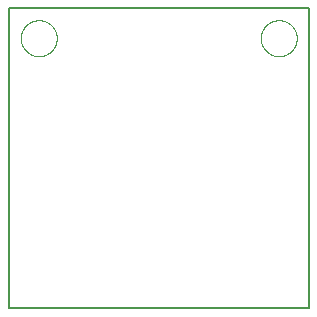
<source format=gko>
G75*
%MOIN*%
%OFA0B0*%
%FSLAX25Y25*%
%IPPOS*%
%LPD*%
%AMOC8*
5,1,8,0,0,1.08239X$1,22.5*
%
%ADD10C,0.00800*%
%ADD11C,0.00000*%
D10*
X0114333Y0055000D02*
X0114333Y0155000D01*
X0214333Y0155000D01*
X0214333Y0055000D01*
X0114333Y0055000D01*
D11*
X0118333Y0145000D02*
X0118335Y0145154D01*
X0118341Y0145309D01*
X0118351Y0145463D01*
X0118365Y0145617D01*
X0118383Y0145770D01*
X0118404Y0145923D01*
X0118430Y0146076D01*
X0118460Y0146227D01*
X0118493Y0146378D01*
X0118531Y0146528D01*
X0118572Y0146677D01*
X0118617Y0146825D01*
X0118666Y0146971D01*
X0118719Y0147117D01*
X0118775Y0147260D01*
X0118835Y0147403D01*
X0118899Y0147543D01*
X0118966Y0147683D01*
X0119037Y0147820D01*
X0119111Y0147955D01*
X0119189Y0148089D01*
X0119270Y0148220D01*
X0119355Y0148349D01*
X0119443Y0148477D01*
X0119534Y0148601D01*
X0119628Y0148724D01*
X0119726Y0148844D01*
X0119826Y0148961D01*
X0119930Y0149076D01*
X0120036Y0149188D01*
X0120145Y0149297D01*
X0120257Y0149403D01*
X0120372Y0149507D01*
X0120489Y0149607D01*
X0120609Y0149705D01*
X0120732Y0149799D01*
X0120856Y0149890D01*
X0120984Y0149978D01*
X0121113Y0150063D01*
X0121244Y0150144D01*
X0121378Y0150222D01*
X0121513Y0150296D01*
X0121650Y0150367D01*
X0121790Y0150434D01*
X0121930Y0150498D01*
X0122073Y0150558D01*
X0122216Y0150614D01*
X0122362Y0150667D01*
X0122508Y0150716D01*
X0122656Y0150761D01*
X0122805Y0150802D01*
X0122955Y0150840D01*
X0123106Y0150873D01*
X0123257Y0150903D01*
X0123410Y0150929D01*
X0123563Y0150950D01*
X0123716Y0150968D01*
X0123870Y0150982D01*
X0124024Y0150992D01*
X0124179Y0150998D01*
X0124333Y0151000D01*
X0124487Y0150998D01*
X0124642Y0150992D01*
X0124796Y0150982D01*
X0124950Y0150968D01*
X0125103Y0150950D01*
X0125256Y0150929D01*
X0125409Y0150903D01*
X0125560Y0150873D01*
X0125711Y0150840D01*
X0125861Y0150802D01*
X0126010Y0150761D01*
X0126158Y0150716D01*
X0126304Y0150667D01*
X0126450Y0150614D01*
X0126593Y0150558D01*
X0126736Y0150498D01*
X0126876Y0150434D01*
X0127016Y0150367D01*
X0127153Y0150296D01*
X0127288Y0150222D01*
X0127422Y0150144D01*
X0127553Y0150063D01*
X0127682Y0149978D01*
X0127810Y0149890D01*
X0127934Y0149799D01*
X0128057Y0149705D01*
X0128177Y0149607D01*
X0128294Y0149507D01*
X0128409Y0149403D01*
X0128521Y0149297D01*
X0128630Y0149188D01*
X0128736Y0149076D01*
X0128840Y0148961D01*
X0128940Y0148844D01*
X0129038Y0148724D01*
X0129132Y0148601D01*
X0129223Y0148477D01*
X0129311Y0148349D01*
X0129396Y0148220D01*
X0129477Y0148089D01*
X0129555Y0147955D01*
X0129629Y0147820D01*
X0129700Y0147683D01*
X0129767Y0147543D01*
X0129831Y0147403D01*
X0129891Y0147260D01*
X0129947Y0147117D01*
X0130000Y0146971D01*
X0130049Y0146825D01*
X0130094Y0146677D01*
X0130135Y0146528D01*
X0130173Y0146378D01*
X0130206Y0146227D01*
X0130236Y0146076D01*
X0130262Y0145923D01*
X0130283Y0145770D01*
X0130301Y0145617D01*
X0130315Y0145463D01*
X0130325Y0145309D01*
X0130331Y0145154D01*
X0130333Y0145000D01*
X0130331Y0144846D01*
X0130325Y0144691D01*
X0130315Y0144537D01*
X0130301Y0144383D01*
X0130283Y0144230D01*
X0130262Y0144077D01*
X0130236Y0143924D01*
X0130206Y0143773D01*
X0130173Y0143622D01*
X0130135Y0143472D01*
X0130094Y0143323D01*
X0130049Y0143175D01*
X0130000Y0143029D01*
X0129947Y0142883D01*
X0129891Y0142740D01*
X0129831Y0142597D01*
X0129767Y0142457D01*
X0129700Y0142317D01*
X0129629Y0142180D01*
X0129555Y0142045D01*
X0129477Y0141911D01*
X0129396Y0141780D01*
X0129311Y0141651D01*
X0129223Y0141523D01*
X0129132Y0141399D01*
X0129038Y0141276D01*
X0128940Y0141156D01*
X0128840Y0141039D01*
X0128736Y0140924D01*
X0128630Y0140812D01*
X0128521Y0140703D01*
X0128409Y0140597D01*
X0128294Y0140493D01*
X0128177Y0140393D01*
X0128057Y0140295D01*
X0127934Y0140201D01*
X0127810Y0140110D01*
X0127682Y0140022D01*
X0127553Y0139937D01*
X0127422Y0139856D01*
X0127288Y0139778D01*
X0127153Y0139704D01*
X0127016Y0139633D01*
X0126876Y0139566D01*
X0126736Y0139502D01*
X0126593Y0139442D01*
X0126450Y0139386D01*
X0126304Y0139333D01*
X0126158Y0139284D01*
X0126010Y0139239D01*
X0125861Y0139198D01*
X0125711Y0139160D01*
X0125560Y0139127D01*
X0125409Y0139097D01*
X0125256Y0139071D01*
X0125103Y0139050D01*
X0124950Y0139032D01*
X0124796Y0139018D01*
X0124642Y0139008D01*
X0124487Y0139002D01*
X0124333Y0139000D01*
X0124179Y0139002D01*
X0124024Y0139008D01*
X0123870Y0139018D01*
X0123716Y0139032D01*
X0123563Y0139050D01*
X0123410Y0139071D01*
X0123257Y0139097D01*
X0123106Y0139127D01*
X0122955Y0139160D01*
X0122805Y0139198D01*
X0122656Y0139239D01*
X0122508Y0139284D01*
X0122362Y0139333D01*
X0122216Y0139386D01*
X0122073Y0139442D01*
X0121930Y0139502D01*
X0121790Y0139566D01*
X0121650Y0139633D01*
X0121513Y0139704D01*
X0121378Y0139778D01*
X0121244Y0139856D01*
X0121113Y0139937D01*
X0120984Y0140022D01*
X0120856Y0140110D01*
X0120732Y0140201D01*
X0120609Y0140295D01*
X0120489Y0140393D01*
X0120372Y0140493D01*
X0120257Y0140597D01*
X0120145Y0140703D01*
X0120036Y0140812D01*
X0119930Y0140924D01*
X0119826Y0141039D01*
X0119726Y0141156D01*
X0119628Y0141276D01*
X0119534Y0141399D01*
X0119443Y0141523D01*
X0119355Y0141651D01*
X0119270Y0141780D01*
X0119189Y0141911D01*
X0119111Y0142045D01*
X0119037Y0142180D01*
X0118966Y0142317D01*
X0118899Y0142457D01*
X0118835Y0142597D01*
X0118775Y0142740D01*
X0118719Y0142883D01*
X0118666Y0143029D01*
X0118617Y0143175D01*
X0118572Y0143323D01*
X0118531Y0143472D01*
X0118493Y0143622D01*
X0118460Y0143773D01*
X0118430Y0143924D01*
X0118404Y0144077D01*
X0118383Y0144230D01*
X0118365Y0144383D01*
X0118351Y0144537D01*
X0118341Y0144691D01*
X0118335Y0144846D01*
X0118333Y0145000D01*
X0198333Y0145000D02*
X0198335Y0145154D01*
X0198341Y0145309D01*
X0198351Y0145463D01*
X0198365Y0145617D01*
X0198383Y0145770D01*
X0198404Y0145923D01*
X0198430Y0146076D01*
X0198460Y0146227D01*
X0198493Y0146378D01*
X0198531Y0146528D01*
X0198572Y0146677D01*
X0198617Y0146825D01*
X0198666Y0146971D01*
X0198719Y0147117D01*
X0198775Y0147260D01*
X0198835Y0147403D01*
X0198899Y0147543D01*
X0198966Y0147683D01*
X0199037Y0147820D01*
X0199111Y0147955D01*
X0199189Y0148089D01*
X0199270Y0148220D01*
X0199355Y0148349D01*
X0199443Y0148477D01*
X0199534Y0148601D01*
X0199628Y0148724D01*
X0199726Y0148844D01*
X0199826Y0148961D01*
X0199930Y0149076D01*
X0200036Y0149188D01*
X0200145Y0149297D01*
X0200257Y0149403D01*
X0200372Y0149507D01*
X0200489Y0149607D01*
X0200609Y0149705D01*
X0200732Y0149799D01*
X0200856Y0149890D01*
X0200984Y0149978D01*
X0201113Y0150063D01*
X0201244Y0150144D01*
X0201378Y0150222D01*
X0201513Y0150296D01*
X0201650Y0150367D01*
X0201790Y0150434D01*
X0201930Y0150498D01*
X0202073Y0150558D01*
X0202216Y0150614D01*
X0202362Y0150667D01*
X0202508Y0150716D01*
X0202656Y0150761D01*
X0202805Y0150802D01*
X0202955Y0150840D01*
X0203106Y0150873D01*
X0203257Y0150903D01*
X0203410Y0150929D01*
X0203563Y0150950D01*
X0203716Y0150968D01*
X0203870Y0150982D01*
X0204024Y0150992D01*
X0204179Y0150998D01*
X0204333Y0151000D01*
X0204487Y0150998D01*
X0204642Y0150992D01*
X0204796Y0150982D01*
X0204950Y0150968D01*
X0205103Y0150950D01*
X0205256Y0150929D01*
X0205409Y0150903D01*
X0205560Y0150873D01*
X0205711Y0150840D01*
X0205861Y0150802D01*
X0206010Y0150761D01*
X0206158Y0150716D01*
X0206304Y0150667D01*
X0206450Y0150614D01*
X0206593Y0150558D01*
X0206736Y0150498D01*
X0206876Y0150434D01*
X0207016Y0150367D01*
X0207153Y0150296D01*
X0207288Y0150222D01*
X0207422Y0150144D01*
X0207553Y0150063D01*
X0207682Y0149978D01*
X0207810Y0149890D01*
X0207934Y0149799D01*
X0208057Y0149705D01*
X0208177Y0149607D01*
X0208294Y0149507D01*
X0208409Y0149403D01*
X0208521Y0149297D01*
X0208630Y0149188D01*
X0208736Y0149076D01*
X0208840Y0148961D01*
X0208940Y0148844D01*
X0209038Y0148724D01*
X0209132Y0148601D01*
X0209223Y0148477D01*
X0209311Y0148349D01*
X0209396Y0148220D01*
X0209477Y0148089D01*
X0209555Y0147955D01*
X0209629Y0147820D01*
X0209700Y0147683D01*
X0209767Y0147543D01*
X0209831Y0147403D01*
X0209891Y0147260D01*
X0209947Y0147117D01*
X0210000Y0146971D01*
X0210049Y0146825D01*
X0210094Y0146677D01*
X0210135Y0146528D01*
X0210173Y0146378D01*
X0210206Y0146227D01*
X0210236Y0146076D01*
X0210262Y0145923D01*
X0210283Y0145770D01*
X0210301Y0145617D01*
X0210315Y0145463D01*
X0210325Y0145309D01*
X0210331Y0145154D01*
X0210333Y0145000D01*
X0210331Y0144846D01*
X0210325Y0144691D01*
X0210315Y0144537D01*
X0210301Y0144383D01*
X0210283Y0144230D01*
X0210262Y0144077D01*
X0210236Y0143924D01*
X0210206Y0143773D01*
X0210173Y0143622D01*
X0210135Y0143472D01*
X0210094Y0143323D01*
X0210049Y0143175D01*
X0210000Y0143029D01*
X0209947Y0142883D01*
X0209891Y0142740D01*
X0209831Y0142597D01*
X0209767Y0142457D01*
X0209700Y0142317D01*
X0209629Y0142180D01*
X0209555Y0142045D01*
X0209477Y0141911D01*
X0209396Y0141780D01*
X0209311Y0141651D01*
X0209223Y0141523D01*
X0209132Y0141399D01*
X0209038Y0141276D01*
X0208940Y0141156D01*
X0208840Y0141039D01*
X0208736Y0140924D01*
X0208630Y0140812D01*
X0208521Y0140703D01*
X0208409Y0140597D01*
X0208294Y0140493D01*
X0208177Y0140393D01*
X0208057Y0140295D01*
X0207934Y0140201D01*
X0207810Y0140110D01*
X0207682Y0140022D01*
X0207553Y0139937D01*
X0207422Y0139856D01*
X0207288Y0139778D01*
X0207153Y0139704D01*
X0207016Y0139633D01*
X0206876Y0139566D01*
X0206736Y0139502D01*
X0206593Y0139442D01*
X0206450Y0139386D01*
X0206304Y0139333D01*
X0206158Y0139284D01*
X0206010Y0139239D01*
X0205861Y0139198D01*
X0205711Y0139160D01*
X0205560Y0139127D01*
X0205409Y0139097D01*
X0205256Y0139071D01*
X0205103Y0139050D01*
X0204950Y0139032D01*
X0204796Y0139018D01*
X0204642Y0139008D01*
X0204487Y0139002D01*
X0204333Y0139000D01*
X0204179Y0139002D01*
X0204024Y0139008D01*
X0203870Y0139018D01*
X0203716Y0139032D01*
X0203563Y0139050D01*
X0203410Y0139071D01*
X0203257Y0139097D01*
X0203106Y0139127D01*
X0202955Y0139160D01*
X0202805Y0139198D01*
X0202656Y0139239D01*
X0202508Y0139284D01*
X0202362Y0139333D01*
X0202216Y0139386D01*
X0202073Y0139442D01*
X0201930Y0139502D01*
X0201790Y0139566D01*
X0201650Y0139633D01*
X0201513Y0139704D01*
X0201378Y0139778D01*
X0201244Y0139856D01*
X0201113Y0139937D01*
X0200984Y0140022D01*
X0200856Y0140110D01*
X0200732Y0140201D01*
X0200609Y0140295D01*
X0200489Y0140393D01*
X0200372Y0140493D01*
X0200257Y0140597D01*
X0200145Y0140703D01*
X0200036Y0140812D01*
X0199930Y0140924D01*
X0199826Y0141039D01*
X0199726Y0141156D01*
X0199628Y0141276D01*
X0199534Y0141399D01*
X0199443Y0141523D01*
X0199355Y0141651D01*
X0199270Y0141780D01*
X0199189Y0141911D01*
X0199111Y0142045D01*
X0199037Y0142180D01*
X0198966Y0142317D01*
X0198899Y0142457D01*
X0198835Y0142597D01*
X0198775Y0142740D01*
X0198719Y0142883D01*
X0198666Y0143029D01*
X0198617Y0143175D01*
X0198572Y0143323D01*
X0198531Y0143472D01*
X0198493Y0143622D01*
X0198460Y0143773D01*
X0198430Y0143924D01*
X0198404Y0144077D01*
X0198383Y0144230D01*
X0198365Y0144383D01*
X0198351Y0144537D01*
X0198341Y0144691D01*
X0198335Y0144846D01*
X0198333Y0145000D01*
M02*

</source>
